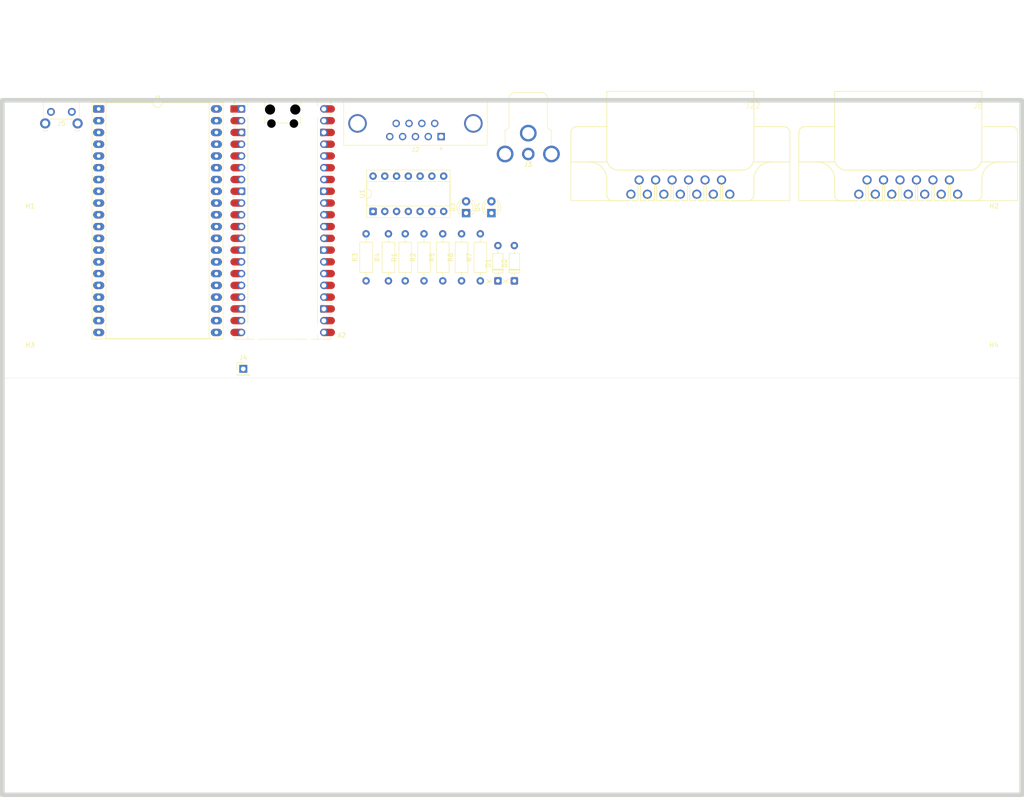
<source format=kicad_pcb>
(kicad_pcb (version 20241229) (generator "pcbnew") (generator_version "9.0")
  (layers (0 "F.Cu" signal) (2 "B.Cu" signal) (13 "F.Paste" user) (15 "B.Paste" user) (5 "F.SilkS" user "F.Silkscreen") (7 "B.SilkS" user "B.Silkscreen") (1 "F.Mask" user) (3 "B.Mask" user) (25 "Edge.Cuts" user))
  (net 0 "")
  (net 1 "CLK_N")
  (net 2 "DVI_D2P")
  (net 3 "DVI_D1N")
  (net 4 "GND")
  (net 5 "DVI_D2N")
  (net 6 "DVI_D0N")
  (net 7 "CLK_P")
  (net 8 "DVI_D0P")
  (net 9 "DVI_D1P")
  (net 11 "Net-(A2-GPIO0)")
  (net 15 "Net-(A2-GPIO1)")
  (net 28 "/SIO1")
  (net 29 "SIOOUT")
  (net 30 "/SIO13")
  (net 31 "SIOIN")
  (net 32 "SIOCMD")
  (net 33 "SIO_Motor")
  (net 34 "SIO_Proceed")
  (net 35 "/SIO12")
  (net 36 "/SIO11")
  (net 37 "/SIO2")
  (net 38 "SIORDY")
  (net 39 "+3V3")
  (net 40 "SERIN")
  (net 41 "SEROUT")
  (net 42 "JOY2")
  (net 45 "JOY1")
  (net 77 "Net-(A2-VSYS)")
  (net 78 "JOYEN\\")
  (net 79 "JOYEN")
  (net 80 "JOY5V")
  (net 81 "Net-(D3-K)")
  (net 82 "Net-(D4-K)")
  (net 83 "Net-(J3-In)")
  (net 84 "Net-(J4-Pin_1)")
  (footprint "Button_Switch_THT:SW_Tactile_SKHH_Angled" (layer "F.Cu") (at 75 15)
    (property "Reference" "J5" (at 2.25 2.5 0) (layer "F.SilkS"))
    (property "Value" "Conn_01x04")
    (pad "" thru_hole circle (at -1.25 2.5 180) (size 2.2 2.2) (drill 1.3) (layers "*.Cu" "*.Mask"))
    (pad "" thru_hole circle (at 5.75 2.5 180) (size 2.2 2.2) (drill 1.3) (layers "*.Cu" "*.Mask"))
    (pad "1" thru_hole circle (at 0 0 180) (size 1.7 1.7) (drill 1) (layers "*.Cu" "*.Mask") (net 4 "GND"))
    (pad "2" thru_hole circle (at 4.5 0 180) (size 1.7 1.7) (drill 1) (layers "*.Cu" "*.Mask") (net 84 "Net-(J4-Pin_1)"))
  )
  (footprint "LED_THT:LED_D3.0mm" (layer "F.Cu") (at 170.05 36.87 90)
    (property "Reference" "D4" (at 1.27 -2.96 90) (layer "F.SilkS"))
    (property "Value" "LED")
    (pad "1" thru_hole rect (at 0 0 90) (size 1.8 1.8) (drill 0.9) (layers "*.Cu" "*.Mask") (net 82 "Net-(D4-K)"))
    (pad "2" thru_hole circle (at 2.54 0 90) (size 1.8 1.8) (drill 0.9) (layers "*.Cu" "*.Mask") (net 39 "+3V3"))
  )
  (footprint "Resistor_THT:R_Axial_DIN0207_L6.3mm_D2.5mm_P10.16mm_Horizontal" (layer "F.Cu") (at 163.6 51.5 90)
    (property "Reference" "R6" (at 5.08 -2.37 90) (layer "F.SilkS"))
    (property "Value" "1K")
    (pad "1" thru_hole circle (at 0 0 90) (size 1.6 1.6) (drill 0.8) (layers "*.Cu" "*.Mask") (net 81 "Net-(D3-K)"))
    (pad "2" thru_hole circle (at 10.16 0 90) (size 1.6 1.6) (drill 0.8) (layers "*.Cu" "*.Mask") (net 40 "SERIN"))
  )
  (footprint "MountingHole:MountingHole_3.2mm_M3" (layer "F.Cu") (at 278.5 39.5)
    (property "Reference" "H2" (at 0 -4.15 0) (layer "F.SilkS"))
    (property "Value" "MountingHole")
    (pad "" np_thru_hole circle (at 0 0) (size 3.2 3.2) (drill 3.2) (layers "*.Cu" "*.Mask"))
  )
  (footprint "Resistor_THT:R_Axial_DIN0207_L6.3mm_D2.5mm_P10.16mm_Horizontal" (layer "F.Cu") (at 167.65 51.5 90)
    (property "Reference" "R7" (at 5.08 -2.37 90) (layer "F.SilkS"))
    (property "Value" "1K")
    (pad "1" thru_hole circle (at 0 0 90) (size 1.6 1.6) (drill 0.8) (layers "*.Cu" "*.Mask") (net 82 "Net-(D4-K)"))
    (pad "2" thru_hole circle (at 10.16 0 90) (size 1.6 1.6) (drill 0.8) (layers "*.Cu" "*.Mask") (net 41 "SEROUT"))
  )
  (footprint "Atari:SIO_JACK" (layer "F.Cu") (at 209.545 22 180)
    (property "Reference" "J22" (at -15.24 7.62 0) (layer "F.SilkS") (effects (font (size 1.2065 1.2065) (thickness 0.09652)) (justify left bottom)))
    (property "Value" "Conn_01x13")
    (pad "" np_thru_hole circle (at -20.955 0 180) (size 2.54 2.54) (drill 2.54) (layers "*.Cu" "*.Mask"))
    (pad "" np_thru_hole circle (at 18.415 0 180) (size 2.54 2.54) (drill 2.54) (layers "*.Cu" "*.Mask"))
    (pad "1" thru_hole circle (at -11.938 -10.795 180) (size 2 2) (drill 1.3) (layers "*.Cu" "*.Mask") (net 28 "/SIO1"))
    (pad "2" thru_hole circle (at -10.16 -7.7155 180) (size 2 2) (drill 1.3) (layers "*.Cu" "*.Mask") (net 37 "/SIO2"))
    (pad "3" thru_hole circle (at -8.382 -10.795 180) (size 2 2) (drill 1.3) (layers "*.Cu" "*.Mask") (net 31 "SIOIN"))
    (pad "4" thru_hole circle (at -6.604 -7.7155 180) (size 2 2) (drill 1.3) (layers "*.Cu" "*.Mask") (net 4 "GND"))
    (pad "5" thru_hole circle (at -4.826 -10.795 180) (size 2 2) (drill 1.3) (layers "*.Cu" "*.Mask") (net 29 "SIOOUT"))
    (pad "6" thru_hole circle (at -3.048 -7.7155 180) (size 2 2) (drill 1.3) (layers "*.Cu" "*.Mask") (net 4 "GND"))
    (pad "7" thru_hole circle (at -1.27 -10.795 180) (size 2 2) (drill 1.3) (layers "*.Cu" "*.Mask") (net 32 "SIOCMD"))
    (pad "8" thru_hole circle (at 0.508 -7.7155 180) (size 2 2) (drill 1.3) (layers "*.Cu" "*.Mask") (net 33 "SIO_Motor"))
    (pad "9" thru_hole circle (at 2.286 -10.795 180) (size 2 2) (drill 1.3) (layers "*.Cu" "*.Mask") (net 34 "SIO_Proceed"))
    (pad "10" thru_hole circle (at 4.064 -7.7155 180) (size 2 2) (drill 1.3) (layers "*.Cu" "*.Mask") (net 38 "SIORDY"))
    (pad "11" thru_hole circle (at 5.842 -10.795 180) (size 2 2) (drill 1.3) (layers "*.Cu" "*.Mask") (net 36 "/SIO11"))
    (pad "12" thru_hole circle (at 7.62 -7.7155 180) (size 2 2) (drill 1.3) (layers "*.Cu" "*.Mask") (net 35 "/SIO12"))
    (pad "13" thru_hole circle (at 9.398 -10.795 180) (size 2 2) (drill 1.3) (layers "*.Cu" "*.Mask") (net 30 "/SIO13"))
  )
  (footprint "Package_DIP:DIP-14_W7.62mm_Socket" (layer "F.Cu") (at 144.5 36.5 90)
    (property "Reference" "U1" (at 3.81 -2.33 90) (layer "F.SilkS"))
    (property "Value" "74125")
    (pad "1" thru_hole roundrect (at 0 0 90) (size 1.6 1.6) (drill 0.8) (layers "*.Cu" "*.Mask") (roundrect_rratio 0.15625) (net 79 "JOYEN"))
    (pad "2" thru_hole circle (at 0 2.54 90) (size 1.6 1.6) (drill 0.8) (layers "*.Cu" "*.Mask") (net 41 "SEROUT"))
    (pad "3" thru_hole circle (at 0 5.08 90) (size 1.6 1.6) (drill 0.8) (layers "*.Cu" "*.Mask") (net 34 "SIO_Proceed"))
    (pad "4" thru_hole circle (at 0 7.62 90) (size 1.6 1.6) (drill 0.8) (layers "*.Cu" "*.Mask") (net 78 "JOYEN\\"))
    (pad "5" thru_hole circle (at 0 10.16 90) (size 1.6 1.6) (drill 0.8) (layers "*.Cu" "*.Mask") (net 41 "SEROUT"))
    (pad "6" thru_hole circle (at 0 12.7 90) (size 1.6 1.6) (drill 0.8) (layers "*.Cu" "*.Mask") (net 42 "JOY2"))
    (pad "7" thru_hole circle (at 0 15.24 90) (size 1.6 1.6) (drill 0.8) (layers "*.Cu" "*.Mask") (net 4 "GND"))
    (pad "8" thru_hole circle (at 7.62 15.24 90) (size 1.6 1.6) (drill 0.8) (layers "*.Cu" "*.Mask") (net 40 "SERIN"))
    (pad "9" thru_hole circle (at 7.62 12.7 90) (size 1.6 1.6) (drill 0.8) (layers "*.Cu" "*.Mask") (net 33 "SIO_Motor"))
    (pad "10" thru_hole circle (at 7.62 10.16 90) (size 1.6 1.6) (drill 0.8) (layers "*.Cu" "*.Mask") (net 79 "JOYEN"))
    (pad "11" thru_hole circle (at 7.62 7.62 90) (size 1.6 1.6) (drill 0.8) (layers "*.Cu" "*.Mask") (net 40 "SERIN"))
    (pad "12" thru_hole circle (at 7.62 5.08 90) (size 1.6 1.6) (drill 0.8) (layers "*.Cu" "*.Mask") (net 45 "JOY1"))
    (pad "13" thru_hole circle (at 7.62 2.54 90) (size 1.6 1.6) (drill 0.8) (layers "*.Cu" "*.Mask") (net 78 "JOYEN\\"))
    (pad "14" thru_hole circle (at 7.62 0 90) (size 1.6 1.6) (drill 0.8) (layers "*.Cu" "*.Mask") (net 39 "+3V3"))
  )
  (footprint "Resistor_THT:R_Axial_DIN0207_L6.3mm_D2.5mm_P10.16mm_Horizontal" (layer "F.Cu") (at 147.826 51.5 90)
    (property "Reference" "R4" (at 5.08 -2.37 90) (layer "F.SilkS"))
    (property "Value" "470")
    (pad "1" thru_hole circle (at 0 0 90) (size 1.6 1.6) (drill 0.8) (layers "*.Cu" "*.Mask") (net 83 "Net-(J3-In)"))
    (pad "2" thru_hole oval (at 10.16 0 90) (size 1.6 1.6) (drill 0.8) (layers "*.Cu" "*.Mask") (net 15 "Net-(A2-GPIO1)"))
  )
  (footprint "MountingHole:MountingHole_3.2mm_M3" (layer "F.Cu") (at 70.5 69.5)
    (property "Reference" "H3" (at 0 -4.15 0) (layer "F.SilkS"))
    (property "Value" "MountingHole")
    (pad "" np_thru_hole circle (at 0 0) (size 3.2 3.2) (drill 3.2) (layers "*.Cu" "*.Mask"))
  )
  (footprint "RCA:RCA-Phono_CUI-Devices_RCJ-01X_Horizontal" (layer "F.Cu") (at 178 24.104)
    (property "Reference" "J3" (at -0.04 2.25 0) (layer "F.SilkS"))
    (property "Value" "Conn_Coaxial")
    (pad "1" thru_hole circle (at 0 0) (size 2.7 2.7) (drill 1.7) (layers "*.Cu" "*.Mask") (net 83 "Net-(J3-In)"))
    (pad "2" thru_hole circle (at -5 0) (size 3.6 3.6) (drill 2.6) (layers "*.Cu" "*.Mask") (net 4 "GND"))
    (pad "2" thru_hole circle (at 0 -4.5) (size 3.6 3.6) (drill 2.6) (layers "*.Cu" "*.Mask") (net 4 "GND"))
    (pad "2" thru_hole circle (at 5 0) (size 3.6 3.6) (drill 2.6) (layers "*.Cu" "*.Mask") (net 4 "GND"))
  )
  (footprint "LED_THT:LED_D3.0mm" (layer "F.Cu") (at 164.58 36.87 90)
    (property "Reference" "D3" (at 1.27 -2.96 90) (layer "F.SilkS"))
    (property "Value" "LED")
    (pad "1" thru_hole rect (at 0 0 90) (size 1.8 1.8) (drill 0.9) (layers "*.Cu" "*.Mask") (net 81 "Net-(D3-K)"))
    (pad "2" thru_hole circle (at 2.54 0 90) (size 1.8 1.8) (drill 0.9) (layers "*.Cu" "*.Mask") (net 39 "+3V3"))
  )
  (footprint "Resistor_THT:R_Axial_DIN0207_L6.3mm_D2.5mm_P10.16mm_Horizontal" (layer "F.Cu") (at 151.45 51.5 90)
    (property "Reference" "R1" (at 5.08 -2.37 90) (layer "F.SilkS"))
    (property "Value" "1K")
    (pad "1" thru_hole circle (at 0 0 90) (size 1.6 1.6) (drill 0.8) (layers "*.Cu" "*.Mask") (net 79 "JOYEN"))
    (pad "2" thru_hole circle (at 10.16 0 90) (size 1.6 1.6) (drill 0.8) (layers "*.Cu" "*.Mask") (net 80 "JOY5V"))
  )
  (footprint "Module:RaspberryPi_Pico_Common_Unspecified" (layer "F.Cu") (at 125 38.5)
    (property "Reference" "A2" (at 11.7475 24.765 0) (layer "F.SilkS") (effects (justify left)))
    (property "Value" "RaspberryPi_Pico")
    (pad "" np_thru_hole circle (at -2.725 -24) (size 2.2 2.2) (drill 2.2) (layers "*.Mask"))
    (pad "" np_thru_hole circle (at -2.425 -20.97) (size 1.85 1.85) (drill 1.85) (layers "*.Mask"))
    (pad "" np_thru_hole circle (at 2.425 -20.97) (size 1.85 1.85) (drill 1.85) (layers "*.Mask"))
    (pad "" np_thru_hole circle (at 2.725 -24) (size 2.2 2.2) (drill 2.2) (layers "*.Mask"))
    (pad "1" smd custom (at -9.69 -24.13) (size 1.6 0.8) (layers "F.Cu" "F.Mask") (net 11 "Net-(A2-GPIO0)") (options (clearance outline) (anchor rect)) (primitives (gr_circle (center 0.8 0) (end 1.6 0) (width 0) (fill yes)) (gr_poly (pts (xy -1.6 -0.6) (xy -1.6 0.6) (xy -1.4 0.8) (xy 0.8 0.8) (xy 0.8 -0.8) (xy -1.4 -0.8)) (width 0) (fill yes)) (gr_circle (center -1.4 -0.6) (end -1.2 -0.6) (width 0) (fill yes)) (gr_circle (center -1.4 0.6) (end -1.2 0.6) (width 0) (fill yes))))
    (pad "1" thru_hole roundrect (at -8.89 -24.13) (size 1.6 1.6) (drill 1) (layers "*.Cu" "*.Mask") (roundrect_rratio 0.125) (net 11 "Net-(A2-GPIO0)"))
    (pad "2" smd roundrect (at -9.69 -21.59) (size 3.2 1.6) (layers "F.Cu" "F.Mask") (roundrect_rratio 0.5) (net 15 "Net-(A2-GPIO1)"))
    (pad "2" thru_hole circle (at -8.89 -21.59) (size 1.6 1.6) (drill 1) (layers "*.Cu" "*.Mask") (net 15 "Net-(A2-GPIO1)"))
    (pad "3" smd custom (at -9.69 -19.05) (size 1.6 0.8) (layers "F.Cu" "F.Mask") (net 4 "GND") (options (clearance outline) (anchor rect)) (primitives (gr_circle (center -0.8 0) (end 0 0) (width 0) (fill yes)) (gr_poly (pts (xy 1.6 -0.6) (xy 1.6 0.6) (xy 1.4 0.8) (xy -0.8 0.8) (xy -0.8 -0.8) (xy 1.4 -0.8)) (width 0) (fill yes)) (gr_circle (center 1.4 -0.6) (end 1.6 -0.6) (width 0) (fill yes)) (gr_circle (center 1.4 0.6) (end 1.6 0.6) (width 0) (fill yes))))
    (pad "3" thru_hole custom (at -8.89 -19.05) (size 1.6 1.6) (drill 1) (layers "*.Cu" "*.Mask") (net 4 "GND") (options (clearance outline) (anchor circle)) (primitives (gr_poly (pts (xy 0.8 0.6) (xy 0.8 -0.6) (xy 0.6 -0.8) (xy 0 -0.8) (xy 0 0.8) (xy 0.6 0.8)) (width 0) (fill yes)) (gr_circle (center 0.6 0.6) (end 0.8 0.6) (width 0) (fill yes)) (gr_circle (center 0.6 -0.6) (end 0.8 -0.6) (width 0) (fill yes))))
    (pad "4" smd roundrect (at -9.69 -16.51) (size 3.2 1.6) (layers "F.Cu" "F.Mask") (roundrect_rratio 0.5) (net 40 "SERIN"))
    (pad "4" thru_hole circle (at -8.89 -16.51) (size 1.6 1.6) (drill 1) (layers "*.Cu" "*.Mask") (net 40 "SERIN"))
    (pad "5" smd roundrect (at -9.69 -13.97) (size 3.2 1.6) (layers "F.Cu" "F.Mask") (roundrect_rratio 0.5) (net 41 "SEROUT"))
    (pad "5" thru_hole circle (at -8.89 -13.97) (size 1.6 1.6) (drill 1) (layers "*.Cu" "*.Mask") (net 41 "SEROUT"))
    (pad "6" smd roundrect (at -9.69 -11.43) (size 3.2 1.6) (layers "F.Cu" "F.Mask") (roundrect_rratio 0.5) (net 79 "JOYEN"))
    (pad "6" thru_hole circle (at -8.89 -11.43) (size 1.6 1.6) (drill 1) (layers "*.Cu" "*.Mask") (net 79 "JOYEN"))
    (pad "7" smd roundrect (at -9.69 -8.89) (size 3.2 1.6) (layers "F.Cu" "F.Mask") (roundrect_rratio 0.5) (net 78 "JOYEN\\"))
    (pad "7" thru_hole circle (at -8.89 -8.89) (size 1.6 1.6) (drill 1) (layers "*.Cu" "*.Mask") (net 78 "JOYEN\\"))
    (pad "8" smd custom (at -9.69 -6.35) (size 1.6 0.8) (layers "F.Cu" "F.Mask") (net 4 "GND") (options (clearance outline) (anchor rect)) (primitives (gr_circle (center -0.8 0) (end 0 0) (width 0) (fill yes)) (gr_poly (pts (xy 1.6 -0.6) (xy 1.6 0.6) (xy 1.4 0.8) (xy -0.8 0.8) (xy -0.8 -0.8) (xy 1.4 -0.8)) (width 0) (fill yes)) (gr_circle (center 1.4 -0.6) (end 1.6 -0.6) (width 0) (fill yes)) (gr_circle (center 1.4 0.6) (end 1.6 0.6) (width 0) (fill yes))))
    (pad "8" thru_hole custom (at -8.89 -6.35) (size 1.6 1.6) (drill 1) (layers "*.Cu" "*.Mask") (net 4 "GND") (options (clearance outline) (anchor circle)) (primitives (gr_poly (pts (xy 0.8 0.6) (xy 0.8 -0.6) (xy 0.6 -0.8) (xy 0 -0.8) (xy 0 0.8) (xy 0.6 0.8)) (width 0) (fill yes)) (gr_circle (center 0.6 0.6) (end 0.8 0.6) (width 0) (fill yes)) (gr_circle (center 0.6 -0.6) (end 0.8 -0.6) (width 0) (fill yes))))
    (pad "9" smd roundrect (at -9.69 -3.81) (size 3.2 1.6) (layers "F.Cu" "F.Mask") (roundrect_rratio 0.5))
    (pad "9" thru_hole circle (at -8.89 -3.81) (size 1.6 1.6) (drill 1) (layers "*.Cu" "*.Mask"))
    (pad "10" smd roundrect (at -9.69 -1.27) (size 3.2 1.6) (layers "F.Cu" "F.Mask") (roundrect_rratio 0.5))
    (pad "10" thru_hole circle (at -8.89 -1.27) (size 1.6 1.6) (drill 1) (layers "*.Cu" "*.Mask"))
    (pad "11" smd roundrect (at -9.69 1.27) (size 3.2 1.6) (layers "F.Cu" "F.Mask") (roundrect_rratio 0.5) (net 1 "CLK_N"))
    (pad "11" thru_hole circle (at -8.89 1.27) (size 1.6 1.6) (drill 1) (layers "*.Cu" "*.Mask") (net 1 "CLK_N"))
    (pad "12" smd roundrect (at -9.69 3.81) (size 3.2 1.6) (layers "F.Cu" "F.Mask") (roundrect_rratio 0.5) (net 7 "CLK_P"))
    (pad "12" thru_hole circle (at -8.89 3.81) (size 1.6 1.6) (drill 1) (layers "*.Cu" "*.Mask") (net 7 "CLK_P"))
    (pad "13" smd custom (at -9.69 6.35) (size 1.6 0.8) (layers "F.Cu" "F.Mask") (net 4 "GND") (options (clearance outline) (anchor rect)) (primitives (gr_circle (center -0.8 0) (end 0 0) (width 0) (fill yes)) (gr_poly (pts (xy 1.6 -0.6) (xy 1.6 0.6) (xy 1.4 0.8) (xy -0.8 0.8) (xy -0.8 -0.8) (xy 1.4 -0.8)) (width 0) (fill yes)) (gr_circle (center 1.4 -0.6) (end 1.6 -0.6) (width 0) (fill yes)) (gr_circle (center 1.4 0.6) (end 1.6 0.6) (width 0) (fill yes))))
    (pad "13" thru_hole custom (at -8.89 6.35) (size 1.6 1.6) (drill 1) (layers "*.Cu" "*.Mask") (net 4 "GND") (options (clearance outline) (anchor circle)) (primitives (gr_poly (pts (xy 0.8 0.6) (xy 0.8 -0.6) (xy 0.6 -0.8) (xy 0 -0.8) (xy 0 0.8) (xy 0.6 0.8)) (width 0) (fill yes)) (gr_circle (center 0.6 0.6) (end 0.8 0.6) (width 0) (fill yes)) (gr_circle (center 0.6 -0.6) (end 0.8 -0.6) (width 0) (fill yes))))
    (pad "14" smd roundrect (at -9.69 8.89) (size 3.2 1.6) (layers "F.Cu" "F.Mask") (roundrect_rratio 0.5) (net 6 "DVI_D0N"))
    (pad "14" thru_hole circle (at -8.89 8.89) (size 1.6 1.6) (drill 1) (layers "*.Cu" "*.Mask") (net 6 "DVI_D0N"))
    (pad "15" smd roundrect (at -9.69 11.43) (size 3.2 1.6) (layers "F.Cu" "F.Mask") (roundrect_rratio 0.5) (net 8 "DVI_D0P"))
    (pad "15" thru_hole circle (at -8.89 11.43) (size 1.6 1.6) (drill 1) (layers "*.Cu" "*.Mask") (net 8 "DVI_D0P"))
    (pad "16" smd roundrect (at -9.69 13.97) (size 3.2 1.6) (layers "F.Cu" "F.Mask") (roundrect_rratio 0.5) (net 3 "DVI_D1N"))
    (pad "16" thru_hole circle (at -8.89 13.97) (size 1.6 1.6) (drill 1) (layers "*.Cu" "*.Mask") (net 3 "DVI_D1N"))
    (pad "17" smd roundrect (at -9.69 16.51) (size 3.2 1.6) (layers "F.Cu" "F.Mask") (roundrect_rratio 0.5) (net 9 "DVI_D1P"))
    (pad "17" thru_hole circle (at -8.89 16.51) (size 1.6 1.6) (drill 1) (layers "*.Cu" "*.Mask") (net 9 "DVI_D1P"))
    (pad "18" smd custom (at -9.69 19.05) (size 1.6 0.8) (layers "F.Cu" "F.Mask") (net 4 "GND") (options (clearance outline) (anchor rect)) (primitives (gr_circle (center -0.8 0) (end 0 0) (width 0) (fill yes)) (gr_poly (pts (xy 1.6 -0.6) (xy 1.6 0.6) (xy 1.4 0.8) (xy -0.8 0.8) (xy -0.8 -0.8) (xy 1.4 -0.8)) (width 0) (fill yes)) (gr_circle (center 1.4 -0.6) (end 1.6 -0.6) (width 0) (fill yes)) (gr_circle (center 1.4 0.6) (end 1.6 0.6) (width 0) (fill yes))))
    (pad "18" thru_hole custom (at -8.89 19.05) (size 1.6 1.6) (drill 1) (layers "*.Cu" "*.Mask") (net 4 "GND") (options (clearance outline) (anchor circle)) (primitives (gr_poly (pts (xy 0.8 0.6) (xy 0.8 -0.6) (xy 0.6 -0.8) (xy 0 -0.8) (xy 0 0.8) (xy 0.6 0.8)) (width 0) (fill yes)) (gr_circle (center 0.6 0.6) (end 0.8 0.6) (width 0) (fill yes)) (gr_circle (center 0.6 -0.6) (end 0.8 -0.6) (width 0) (fill yes))))
    (pad "19" smd roundrect (at -9.69 21.59) (size 3.2 1.6) (layers "F.Cu" "F.Mask") (roundrect_rratio 0.5) (net 5 "DVI_D2N"))
    (pad "19" thru_hole circle (at -8.89 21.59) (size 1.6 1.6) (drill 1) (layers "*.Cu" "*.Mask") (net 5 "DVI_D2N"))
    (pad "20" smd roundrect (at -9.69 24.13) (size 3.2 1.6) (layers "F.Cu" "F.Mask") (roundrect_rratio 0.5) (net 2 "DVI_D2P"))
    (pad "20" thru_hole circle (at -8.89 24.13) (size 1.6 1.6) (drill 1) (layers "*.Cu" "*.Mask") (net 2 "DVI_D2P"))
    (pad "21" thru_hole circle (at 8.89 24.13) (size 1.6 1.6) (drill 1) (layers "*.Cu" "*.Mask"))
    (pad "21" smd roundrect (at 9.69 24.13) (size 3.2 1.6) (layers "F.Cu" "F.Mask") (roundrect_rratio 0.5))
    (pad "22" thru_hole circle (at 8.89 21.59) (size 1.6 1.6) (drill 1) (layers "*.Cu" "*.Mask"))
    (pad "22" smd roundrect (at 9.69 21.59) (size 3.2 1.6) (layers "F.Cu" "F.Mask") (roundrect_rratio 0.5))
    (pad "23" thru_hole custom (at 8.89 19.05) (size 1.6 1.6) (drill 1) (layers "*.Cu" "*.Mask") (net 4 "GND") (options (clearance outline) (anchor circle)) (primitives (gr_poly (pts (xy -0.8 0.6) (xy -0.8 -0.6) (xy -0.6 -0.8) (xy 0 -0.8) (xy 0 0.8) (xy -0.6 0.8)) (width 0) (fill yes)) (gr_circle (center -0.6 0.6) (end -0.4 0.6) (width 0) (fill yes)) (gr_circle (center -0.6 -0.6) (end -0.4 -0.6) (width 0) (fill yes))))
    (pad "23" smd custom (at 9.69 19.05) (size 1.6 0.8) (layers "F.Cu" "F.Mask") (net 4 "GND") (options (clearance outline) (anchor rect)) (primitives (gr_circle (center 0.8 0) (end 1.6 0) (width 0) (fill yes)) (gr_poly (pts (xy -1.6 -0.6) (xy -1.6 0.6) (xy -1.4 0.8) (xy 0.8 0.8) (xy 0.8 -0.8) (xy -1.4 -0.8)) (width 0) (fill yes)) (gr_circle (center -1.4 -0.6) (end -1.2 -0.6) (width 0) (fill yes)) (gr_circle (center -1.4 0.6) (end -1.2 0.6) (width 0) (fill yes))))
    (pad "24" thru_hole circle (at 8.89 16.51) (size 1.6 1.6) (drill 1) (layers "*.Cu" "*.Mask"))
    (pad "24" smd roundrect (at 9.69 16.51) (size 3.2 1.6) (layers "F.Cu" "F.Mask") (roundrect_rratio 0.5))
    (pad "25" thru_hole circle (at 8.89 13.97) (size 1.6 1.6) (drill 1) (layers "*.Cu" "*.Mask"))
    (pad "25" smd roundrect (at 9.69 13.97) (size 3.2 1.6) (layers "F.Cu" "F.Mask") (roundrect_rratio 0.5))
    (pad "26" thru_hole circle (at 8.89 11.43) (size 1.6 1.6) (drill 1) (layers "*.Cu" "*.Mask"))
    (pad "26" smd roundrect (at 9.69 11.43) (size 3.2 1.6) (layers "F.Cu" "F.Mask") (roundrect_rratio 0.5))
    (pad "27" thru_hole circle (at 8.89 8.89) (size 1.6 1.6) (drill 1) (layers "*.Cu" "*.Mask"))
    (pad "27" smd roundrect (at 9.69 8.89) (size 3.2 1.6) (layers "F.Cu" "F.Mask") (roundrect_rratio 0.5))
    (pad "28" thru_hole custom (at 8.89 6.35) (size 1.6 1.6) (drill 1) (layers "*.Cu" "*.Mask") (net 4 "GND") (options (clearance outline) (anchor circle)) (primitives (gr_poly (pts (xy -0.8 0.6) (xy -0.8 -0.6) (xy -0.6 -0.8) (xy 0 -0.8) (xy 0 0.8) (xy -0.6 0.8)) (width 0) (fill yes)) (gr_circle (center -0.6 0.6) (end -0.4 0.6) (width 0) (fill yes)) (gr_circle (center -0.6 -0.6) (end -0.4 -0.6) (width 0) (fill yes))))
    (pad "28" smd custom (at 9.69 6.35) (size 1.6 0.8) (layers "F.Cu" "F.Mask") (net 4 "GND") (options (clearance outline) (anchor rect)) (primitives (gr_circle (center 0.8 0) (end 1.6 0) (width 0) (fill yes)) (gr_poly (pts (xy -1.6 -0.6) (xy -1.6 0.6) (xy -1.4 0.8) (xy 0.8 0.8) (xy 0.8 -0.8) (xy -1.4 -0.8)) (width 0) (fill yes)) (gr_circle (center -1.4 -0.6) (end -1.2 -0.6) (width 0) (fill yes)) (gr_circle (center -1.4 0.6) (end -1.2 0.6) (width 0) (fill yes))))
    (pad "29" thru_hole circle (at 8.89 3.81) (size 1.6 1.6) (drill 1) (layers "*.Cu" "*.Mask"))
    (pad "29" smd roundrect (at 9.69 3.81) (size 3.2 1.6) (layers "F.Cu" "F.Mask") (roundrect_rratio 0.5))
    (pad "30" thru_hole circle (at 8.89 1.27) (size 1.6 1.6) (drill 1) (layers "*.Cu" "*.Mask"))
    (pad "30" smd roundrect (at 9.69 1.27) (size 3.2 1.6) (layers "F.Cu" "F.Mask") (roundrect_rratio 0.5))
    (pad "31" thru_hole circle (at 8.89 -1.27) (size 1.6 1.6) (drill 1) (layers "*.Cu" "*.Mask"))
    (pad "31" smd roundrect (at 9.69 -1.27) (size 3.2 1.6) (layers "F.Cu" "F.Mask") (roundrect_rratio 0.5))
    (pad "32" thru_hole circle (at 8.89 -3.81) (size 1.6 1.6) (drill 1) (layers "*.Cu" "*.Mask"))
    (pad "32" smd roundrect (at 9.69 -3.81) (size 3.2 1.6) (layers "F.Cu" "F.Mask") (roundrect_rratio 0.5))
    (pad "33" thru_hole custom (at 8.89 -6.35) (size 1.6 1.6) (drill 1) (layers "*.Cu" "*.Mask") (net 4 "GND") (options (clearance outline) (anchor circle)) (primitives (gr_poly (pts (xy -0.8 0.6) (xy -0.8 -0.6) (xy -0.6 -0.8) (xy 0 -0.8) (xy 0 0.8) (xy -0.6 0.8)) (width 0) (fill yes)) (gr_circle (center -0.6 0.6) (end -0.4 0.6) (width 0) (fill yes)) (gr_circle (center -0.6 -0.6) (end -0.4 -0.6) (width 0) (fill yes))))
    (pad "33" smd custom (at 9.69 -6.35) (size 1.6 0.8) (layers "F.Cu" "F.Mask") (net 4 "GND") (options (clearance outline) (anchor rect)) (primitives (gr_circle (center 0.8 0) (end 1.6 0) (width 0) (fill yes)) (gr_poly (pts (xy -1.6 -0.6) (xy -1.6 0.6) (xy -1.4 0.8) (xy 0.8 0.8) (xy 0.8 -0.8) (xy -1.4 -0.8)) (width 0) (fill yes)) (gr_circle (center -1.4 -0.6) (end -1.2 -0.6) (width 0) (fill yes)) (gr_circle (center -1.4 0.6) (end -1.2 0.6) (width 0) (fill yes))))
    (pad "34" thru_hole circle (at 8.89 -8.89) (size 1.6 1.6) (drill 1) (layers "*.Cu" "*.Mask"))
    (pad "34" smd roundrect (at 9.69 -8.89) (size 3.2 1.6) (layers "F.Cu" "F.Mask") (roundrect_rratio 0.5))
    (pad "35" thru_hole circle (at 8.89 -11.43) (size 1.6 1.6) (drill 1) (layers "*.Cu" "*.Mask"))
    (pad "35" smd roundrect (at 9.69 -11.43) (size 3.2 1.6) (layers "F.Cu" "F.Mask") (roundrect_rratio 0.5))
    (pad "36" thru_hole circle (at 8.89 -13.97) (size 1.6 1.6) (drill 1) (layers "*.Cu" "*.Mask") (net 39 "+3V3"))
    (pad "36" smd roundrect (at 9.69 -13.97) (size 3.2 1.6) (layers "F.Cu" "F.Mask") (roundrect_rratio 0.5) (net 39 "+3V3"))
    (pad "37" thru_hole circle (at 8.89 -16.51) (size 1.6 1.6) (drill 1) (layers "*.Cu" "*.Mask"))
    (pad "37" smd roundrect (at 9.69 -16.51) (size 3.2 1.6) (layers "F.Cu" "F.Mask") (roundrect_rratio 0.5))
    (pad "38" thru_hole custom (at 8.89 -19.05) (size 1.6 1.6) (drill 1) (layers "*.Cu" "*.Mask") (net 4 "GND") (options (clearance outline) (anchor circle)) (primitives (gr_poly (pts (xy -0.8 0.6) (xy -0.8 -0.6) (xy -0.6 -0.8) (xy 0 -0.8) (xy 0 0.8) (xy -0.6 0.8)) (width 0) (fill yes)) (gr_circle (center -0.6 0.6) (end -0.4 0.6) (width 0) (fill yes)) (gr_circle (center -0.6 -0.6) (end -0.4 -0.6) (width 0) (fill yes))))
    (pad "38" smd custom (at 9.69 -19.05) (size 1.6 0.8) (layers "F.Cu" "F.Mask") (net 4 "GND") (options (clearance outline) (anchor rect)) (primitives (gr_circle (center 0.8 0) (end 1.6 0) (width 0) (fill yes)) (gr_poly (pts (xy -1.6 -0.6) (xy -1.6 0.6) (xy -1.4 0.8) (xy 0.8 0.8) (xy 0.8 -0.8) (xy -1.4 -0.8)) (width 0) (fill yes)) (gr_circle (center -1.4 -0.6) (end -1.2 -0.6) (width 0) (fill yes)) (gr_circle (center -1.4 0.6) (end -1.2 0.6) (width 0) (fill yes))))
    (pad "39" thru_hole circle (at 8.89 -21.59) (size 1.6 1.6) (drill 1) (layers "*.Cu" "*.Mask") (net 77 "Net-(A2-VSYS)"))
    (pad "39" smd roundrect (at 9.69 -21.59) (size 3.2 1.6) (layers "F.Cu" "F.Mask") (roundrect_rratio 0.5) (net 77 "Net-(A2-VSYS)"))
    (pad "40" thru_hole circle (at 8.89 -24.13) (size 1.6 1.6) (drill 1) (layers "*.Cu" "*.Mask"))
    (pad "40" smd roundrect (at 9.69 -24.13) (size 3.2 1.6) (layers "F.Cu" "F.Mask") (roundrect_rratio 0.5))
  )
  (footprint "Package_DIP:DIP-40_W25.4mm_Socket_LongPads" (layer "F.Cu") (at 85.3 14.375)
    (property "Reference" "J1" (at 12.7 -2.33 0) (layer "F.SilkS"))
    (property "Value" "HDMI")
    (pad "1" thru_hole roundrect (at 0 0) (size 2.4 1.6) (drill 0.8) (layers "*.Cu" "*.Mask") (roundrect_rratio 0.15625))
    (pad "2" thru_hole oval (at 0 2.54) (size 2.4 1.6) (drill 0.8) (layers "*.Cu" "*.Mask"))
    (pad "3" thru_hole oval (at 0 5.08) (size 2.4 1.6) (drill 0.8) (layers "*.Cu" "*.Mask"))
    (pad "4" thru_hole oval (at 0 7.62) (size 2.4 1.6) (drill 0.8) (layers "*.Cu" "*.Mask"))
    (pad "5" thru_hole oval (at 0 10.16) (size 2.4 1.6) (drill 0.8) (layers "*.Cu" "*.Mask"))
    (pad "6" thru_hole oval (at 0 12.7) (size 2.4 1.6) (drill 0.8) (layers "*.Cu" "*.Mask"))
    (pad "7" thru_hole oval (at 0 15.24) (size 2.4 1.6) (drill 0.8) (layers "*.Cu" "*.Mask"))
    (pad "8" thru_hole oval (at 0 17.78) (size 2.4 1.6) (drill 0.8) (layers "*.Cu" "*.Mask"))
    (pad "9" thru_hole oval (at 0 20.32) (size 2.4 1.6) (drill 0.8) (layers "*.Cu" "*.Mask"))
    (pad "10" thru_hole oval (at 0 22.86) (size 2.4 1.6) (drill 0.8) (layers "*.Cu" "*.Mask"))
    (pad "11" thru_hole oval (at 0 25.4) (size 2.4 1.6) (drill 0.8) (layers "*.Cu" "*.Mask"))
    (pad "12" thru_hole oval (at 0 27.94) (size 2.4 1.6) (drill 0.8) (layers "*.Cu" "*.Mask"))
    (pad "13" thru_hole oval (at 0 30.48) (size 2.4 1.6) (drill 0.8) (layers "*.Cu" "*.Mask"))
    (pad "14" thru_hole oval (at 0 33.02) (size 2.4 1.6) (drill 0.8) (layers "*.Cu" "*.Mask"))
    (pad "15" thru_hole oval (at 0 35.56) (size 2.4 1.6) (drill 0.8) (layers "*.Cu" "*.Mask"))
    (pad "16" thru_hole oval (at 0 38.1) (size 2.4 1.6) (drill 0.8) (layers "*.Cu" "*.Mask"))
    (pad "17" thru_hole oval (at 0 40.64) (size 2.4 1.6) (drill 0.8) (layers "*.Cu" "*.Mask"))
    (pad "18" thru_hole oval (at 0 43.18) (size 2.4 1.6) (drill 0.8) (layers "*.Cu" "*.Mask"))
    (pad "19" thru_hole oval (at 0 45.72) (size 2.4 1.6) (drill 0.8) (layers "*.Cu" "*.Mask"))
    (pad "20" thru_hole oval (at 0 48.26) (size 2.4 1.6) (drill 0.8) (layers "*.Cu" "*.Mask"))
    (pad "21" thru_hole oval (at 25.4 48.26) (size 2.4 1.6) (drill 0.8) (layers "*.Cu" "*.Mask") (net 2 "DVI_D2P"))
    (pad "22" thru_hole oval (at 25.4 45.72) (size 2.4 1.6) (drill 0.8) (layers "*.Cu" "*.Mask") (net 5 "DVI_D2N"))
    (pad "23" thru_hole oval (at 25.4 43.18) (size 2.4 1.6) (drill 0.8) (layers "*.Cu" "*.Mask") (net 4 "GND"))
    (pad "24" thru_hole oval (at 25.4 40.64) (size 2.4 1.6) (drill 0.8) (layers "*.Cu" "*.Mask") (net 9 "DVI_D1P"))
    (pad "25" thru_hole oval (at 25.4 38.1) (size 2.4 1.6) (drill 0.8) (layers "*.Cu" "*.Mask") (net 3 "DVI_D1N"))
    (pad "26" thru_hole oval (at 25.4 35.56) (size 2.4 1.6) (drill 0.8) (layers "*.Cu" "*.Mask") (net 8 "DVI_D0P"))
    (pad "27" thru_hole oval (at 25.4 33.02) (size 2.4 1.6) (drill 0.8) (layers "*.Cu" "*.Mask") (net 6 "DVI_D0N"))
    (pad "28" thru_hole oval (at 25.4 30.48) (size 2.4 1.6) (drill 0.8) (layers "*.Cu" "*.Mask") (net 4 "GND"))
    (pad "29" thru_hole oval (at 25.4 27.94) (size 2.4 1.6) (drill 0.8) (layers "*.Cu" "*.Mask") (net 7 "CLK_P"))
    (pad "30" thru_hole oval (at 25.4 25.4) (size 2.4 1.6) (drill 0.8) (layers "*.Cu" "*.Mask") (net 1 "CLK_N"))
    (pad "31" thru_hole oval (at 25.4 22.86) (size 2.4 1.6) (drill 0.8) (layers "*.Cu" "*.Mask"))
    (pad "32" thru_hole oval (at 25.4 20.32) (size 2.4 1.6) (drill 0.8) (layers "*.Cu" "*.Mask"))
    (pad "33" thru_hole oval (at 25.4 17.78) (size 2.4 1.6) (drill 0.8) (layers "*.Cu" "*.Mask") (net 4 "GND"))
    (pad "34" thru_hole oval (at 25.4 15.24) (size 2.4 1.6) (drill 0.8) (layers "*.Cu" "*.Mask"))
    (pad "35" thru_hole oval (at 25.4 12.7) (size 2.4 1.6) (drill 0.8) (layers "*.Cu" "*.Mask"))
    (pad "36" thru_hole oval (at 25.4 10.16) (size 2.4 1.6) (drill 0.8) (layers "*.Cu" "*.Mask"))
    (pad "37" thru_hole oval (at 25.4 7.62) (size 2.4 1.6) (drill 0.8) (layers "*.Cu" "*.Mask"))
    (pad "38" thru_hole oval (at 25.4 5.08) (size 2.4 1.6) (drill 0.8) (layers "*.Cu" "*.Mask") (net 4 "GND"))
    (pad "39" thru_hole oval (at 25.4 2.54) (size 2.4 1.6) (drill 0.8) (layers "*.Cu" "*.Mask"))
    (pad "40" thru_hole oval (at 25.4 0) (size 2.4 1.6) (drill 0.8) (layers "*.Cu" "*.Mask"))
  )
  (footprint "MountingHole:MountingHole_3.2mm_M3" (layer "F.Cu") (at 278.5 69.5)
    (property "Reference" "H4" (at 0 -4.15 0) (layer "F.SilkS"))
    (property "Value" "MountingHole")
    (pad "" np_thru_hole circle (at 0 0) (size 3.2 3.2) (drill 3.2) (layers "*.Cu" "*.Mask"))
  )
  (footprint "Resistor_THT:R_Axial_DIN0207_L6.3mm_D2.5mm_P10.16mm_Horizontal" (layer "F.Cu") (at 155.5 51.5 90)
    (property "Reference" "R2" (at 5.08 -2.37 90) (layer "F.SilkS"))
    (property "Value" "2.2K")
    (pad "1" thru_hole circle (at 0 0 90) (size 1.6 1.6) (drill 0.8) (layers "*.Cu" "*.Mask") (net 4 "GND"))
    (pad "2" thru_hole circle (at 10.16 0 90) (size 1.6 1.6) (drill 0.8) (layers "*.Cu" "*.Mask") (net 79 "JOYEN"))
  )
  (footprint "Connector_Dsub:DSUB-9_Pins_Horizontal_P2.77x2.84mm_EdgePinOffset4.94mm_Housed_MountingHolesOffset4.94mm" (layer "F.Cu") (at 159.195 20.34 180)
    (property "Reference" "J2" (at 5.54 -2.8 0) (layer "F.SilkS"))
    (property "Value" "Conn_01x09")
    (pad "0" thru_hole circle (at -6.96 2.84 180) (size 4 4) (drill 3.2) (layers "*.Cu" "*.Mask"))
    (pad "0" thru_hole circle (at 18.04 2.84 180) (size 4 4) (drill 3.2) (layers "*.Cu" "*.Mask"))
    (pad "1" thru_hole rect (at 0 0 180) (size 1.6 1.6) (drill 1) (layers "*.Cu" "*.Mask") (net 45 "JOY1"))
    (pad "2" thru_hole circle (at 2.77 0 180) (size 1.6 1.6) (drill 1) (layers "*.Cu" "*.Mask") (net 42 "JOY2"))
    (pad "3" thru_hole circle (at 5.54 0 180) (size 1.6 1.6) (drill 1) (layers "*.Cu" "*.Mask"))
    (pad "4" thru_hole circle (at 8.31 0 180) (size 1.6 1.6) (drill 1) (layers "*.Cu" "*.Mask"))
    (pad "5" thru_hole circle (at 11.08 0 180) (size 1.6 1.6) (drill 1) (layers "*.Cu" "*.Mask"))
    (pad "6" thru_hole circle (at 1.385 2.84 180) (size 1.6 1.6) (drill 1) (layers "*.Cu" "*.Mask"))
    (pad "7" thru_hole circle (at 4.155 2.84 180) (size 1.6 1.6) (drill 1) (layers "*.Cu" "*.Mask") (net 80 "JOY5V"))
    (pad "8" thru_hole circle (at 6.925 2.84 180) (size 1.6 1.6) (drill 1) (layers "*.Cu" "*.Mask") (net 4 "GND"))
    (pad "9" thru_hole circle (at 9.695 2.84 180) (size 1.6 1.6) (drill 1) (layers "*.Cu" "*.Mask"))
  )
  (footprint "Atari:SIO_JACK" (layer "F.Cu") (at 258.73 22 180)
    (property "Reference" "J8" (at -15.24 7.62 0) (layer "F.SilkS") (effects (font (size 1.2065 1.2065) (thickness 0.09652)) (justify left bottom)))
    (property "Value" "Conn_01x13")
    (pad "" np_thru_hole circle (at -20.955 0 180) (size 2.54 2.54) (drill 2.54) (layers "*.Cu" "*.Mask"))
    (pad "" np_thru_hole circle (at 18.415 0 180) (size 2.54 2.54) (drill 2.54) (layers "*.Cu" "*.Mask"))
    (pad "1" thru_hole circle (at -11.938 -10.795 180) (size 2 2) (drill 1.3) (layers "*.Cu" "*.Mask") (net 28 "/SIO1"))
    (pad "2" thru_hole circle (at -10.16 -7.7155 180) (size 2 2) (drill 1.3) (layers "*.Cu" "*.Mask") (net 37 "/SIO2"))
    (pad "3" thru_hole circle (at -8.382 -10.795 180) (size 2 2) (drill 1.3) (layers "*.Cu" "*.Mask") (net 31 "SIOIN"))
    (pad "4" thru_hole circle (at -6.604 -7.7155 180) (size 2 2) (drill 1.3) (layers "*.Cu" "*.Mask") (net 4 "GND"))
    (pad "5" thru_hole circle (at -4.826 -10.795 180) (size 2 2) (drill 1.3) (layers "*.Cu" "*.Mask") (net 29 "SIOOUT"))
    (pad "6" thru_hole circle (at -3.048 -7.7155 180) (size 2 2) (drill 1.3) (layers "*.Cu" "*.Mask") (net 4 "GND"))
    (pad "7" thru_hole circle (at -1.27 -10.795 180) (size 2 2) (drill 1.3) (layers "*.Cu" "*.Mask") (net 32 "SIOCMD"))
    (pad "8" thru_hole circle (at 0.508 -7.7155 180) (size 2 2) (drill 1.3) (layers "*.Cu" "*.Mask") (net 33 "SIO_Motor"))
    (pad "9" thru_hole circle (at 2.286 -10.795 180) (size 2 2) (drill 1.3) (layers "*.Cu" "*.Mask") (net 34 "SIO_Proceed"))
    (pad "10" thru_hole circle (at 4.064 -7.7155 180) (size 2 2) (drill 1.3) (layers "*.Cu" "*.Mask") (net 38 "SIORDY"))
    (pad "11" thru_hole circle (at 5.842 -10.795 180) (size 2 2) (drill 1.3) (layers "*.Cu" "*.Mask") (net 36 "/SIO11"))
    (pad "12" thru_hole circle (at 7.62 -7.7155 180) (size 2 2) (drill 1.3) (layers "*.Cu" "*.Mask") (net 35 "/SIO12"))
    (pad "13" thru_hole circle (at 9.398 -10.795 180) (size 2 2) (drill 1.3) (layers "*.Cu" "*.Mask") (net 30 "/SIO13"))
  )
  (footprint "Resistor_THT:R_Axial_DIN0207_L6.3mm_D2.5mm_P10.16mm_Horizontal" (layer "F.Cu") (at 143 51.5 90)
    (property "Reference" "R3" (at 5.08 -2.37 90) (layer "F.SilkS"))
    (property "Value" "1K")
    (pad "1" thru_hole circle (at 0 0 90) (size 1.6 1.6) (drill 0.8) (layers "*.Cu" "*.Mask") (net 83 "Net-(J3-In)"))
    (pad "2" thru_hole oval (at 10.16 0 90) (size 1.6 1.6) (drill 0.8) (layers "*.Cu" "*.Mask") (net 11 "Net-(A2-GPIO0)"))
  )
  (footprint "Diode_THT:D_DO-35_SOD27_P7.62mm_Horizontal" (layer "F.Cu") (at 175 51.5 90)
    (property "Reference" "D2" (at 3.81 -2.12 90) (layer "F.SilkS"))
    (property "Value" "1N4148")
    (fp_text user "K" (at 0 -1.8 90) (layer "F.SilkS"))
    (pad "1" thru_hole roundrect (at 0 0 90) (size 1.6 1.6) (drill 0.8) (layers "*.Cu" "*.Mask") (roundrect_rratio 0.15625) (net 77 "Net-(A2-VSYS)"))
    (pad "2" thru_hole circle (at 7.62 0 90) (size 1.6 1.6) (drill 0.8) (layers "*.Cu" "*.Mask") (net 80 "JOY5V"))
  )
  (footprint "Connector_PinHeader_2.54mm:PinHeader_1x01_P2.54mm_Vertical" (layer "F.Cu") (at 116.5 70.5)
    (property "Reference" "J4" (at 0 -2.38 0) (layer "F.SilkS"))
    (property "Value" "prog")
    (pad "1" thru_hole rect (at 0 0) (size 1.7 1.7) (drill 1) (layers "*.Cu" "*.Mask") (net 84 "Net-(J4-Pin_1)"))
  )
  (footprint "Diode_THT:D_DO-35_SOD27_P7.62mm_Horizontal" (layer "F.Cu") (at 171.45 51.5 90)
    (property "Reference" "D1" (at 3.81 -2.12 90) (layer "F.SilkS"))
    (property "Value" "1N4148")
    (fp_text user "K" (at 0 -1.8 90) (layer "F.SilkS"))
    (pad "1" thru_hole roundrect (at 0 0 90) (size 1.6 1.6) (drill 0.8) (layers "*.Cu" "*.Mask") (roundrect_rratio 0.15625) (net 77 "Net-(A2-VSYS)"))
    (pad "2" thru_hole circle (at 7.62 0 90) (size 1.6 1.6) (drill 0.8) (layers "*.Cu" "*.Mask") (net 38 "SIORDY"))
  )
  (footprint "Resistor_THT:R_Axial_DIN0207_L6.3mm_D2.5mm_P10.16mm_Horizontal" (layer "F.Cu") (at 159.55 51.5 90)
    (property "Reference" "R5" (at 5.08 -2.37 90) (layer "F.SilkS"))
    (property "Value" "1K")
    (pad "1" thru_hole circle (at 0 0 90) (size 1.6 1.6) (drill 0.8) (layers "*.Cu" "*.Mask") (net 4 "GND"))
    (pad "2" thru_hole circle (at 10.16 0 90) (size 1.6 1.6) (drill 0.8) (layers "*.Cu" "*.Mask") (net 33 "SIO_Motor"))
  )
  (footprint "MountingHole:MountingHole_3.2mm_M3" (layer "F.Cu") (at 70.5 39.5)
    (property "Reference" "H1" (at 0 -4.15 0) (layer "F.SilkS"))
    (property "Value" "MountingHole")
    (pad "" np_thru_hole circle (at 0 0) (size 3.2 3.2) (drill 3.2) (layers "*.Cu" "*.Mask"))
  )
  (gr_rect (start 64.5 12.5) (end 284.5 162.5) (stroke (width 1)) (fill no) (layer "Edge.Cuts"))
  (gr_line (start 65 72.5) (end 284.5 72.5) (stroke (width 0.05)) (layer "Edge.Cuts"))
)
</source>
